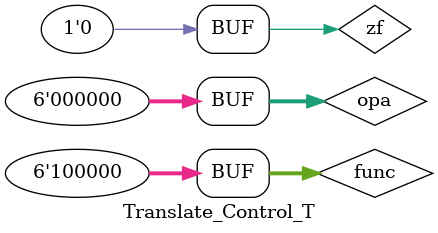
<source format=v>
`timescale 1ns / 1ps


module Translate_Control_T;

	// Inputs
	reg [5:0] opa;
	reg [5:0] func;
	reg zf;

	// Outputs
	wire [1:0] wrs;
	wire imms;
	wire rims;
	wire [1:0] wrds;
	wire [2:0] aop;
	wire wea;
	wire mwa;
	wire [1:0] pcs;

	// Instantiate the Unit Under Test (UUT)
	TRANSLATE_CONTROL uut (
		.opa(opa), 
		.func(func), 
		.zf(zf), 
		.wrs(wrs), 
		.imms(imms), 
		.rims(rims), 
		.wrds(wrds), 
		.aop(aop), 
		.wea(wea), 
		.mwa(mwa), 
		.pcs(pcs)
	);

	initial begin
		// Initialize Inputs
		opa = 0;
		func = 0;
		zf = 0;

		// Wait 100 ns for global reset to finish
		#100;
        
		// Add stimulus here
    opa = 6'b000000;
    func = 6'b100000;
	end
      
endmodule


</source>
